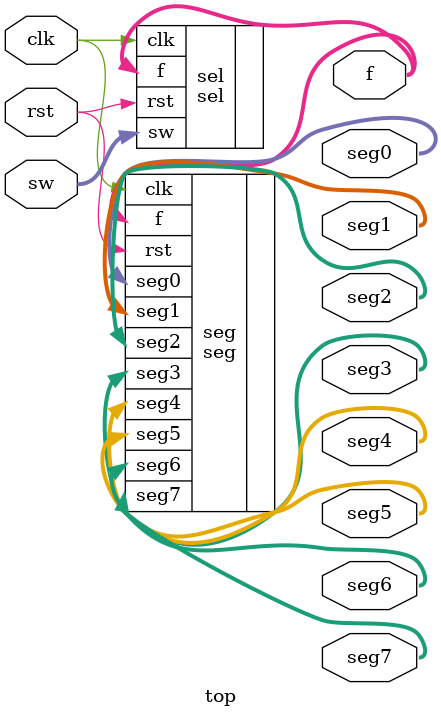
<source format=v>
module top(
		input clk,
		input rst,
		input [9:0]sw,
		output [1:0]f,
		output [7:0]seg0,
		output [7:0]seg1,
		output [7:0]seg2,
		output [7:0]seg3,
		output [7:0]seg4,
		output [7:0]seg5,
		output [7:0]seg6,
		output [7:0]seg7
);
	sel sel(
					.clk(clk),
					.rst(rst),
					.sw(sw),
					.f(f)
	);
	seg seg(
					.clk(clk),
					.rst(rst),
					.f(f),
					.seg0(seg0),
					.seg1(seg1),
					.seg2(seg2),
					.seg3(seg3),
					.seg4(seg4),
					.seg5(seg5),
					.seg6(seg6),
					.seg7(seg7)
	);
	endmodule

</source>
